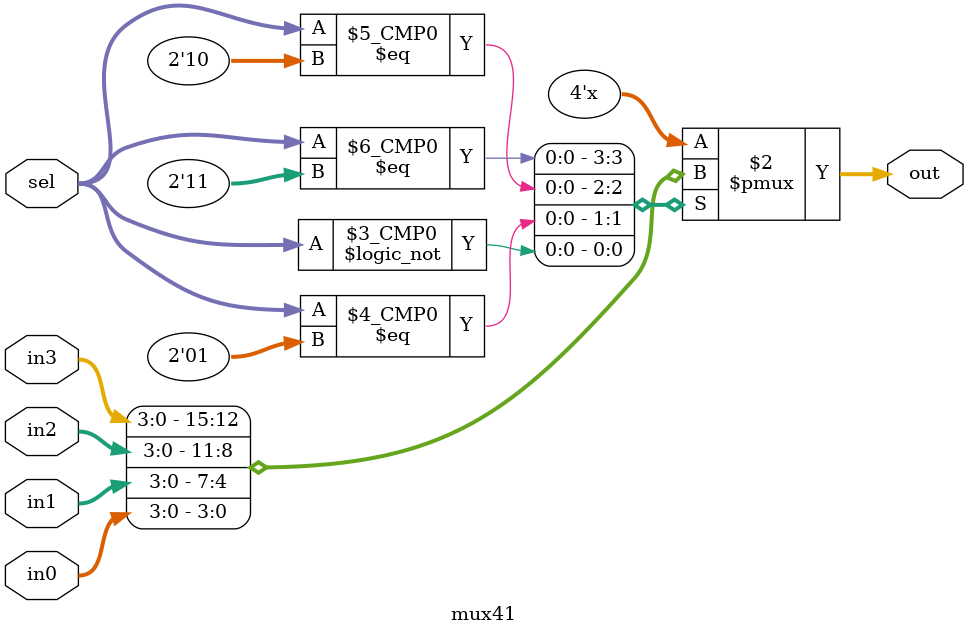
<source format=sv>
module mux41(
  input  logic [3:0] in0,
  input  logic [3:0] in1,
  input  logic [3:0] in2,
  input  logic [3:0] in3,
  input  logic [1:0] sel,
  output logic [3:0] out
);

always_comb begin
  case (sel)
    2'b11: out = in3;
    2'b10: out = in2;
    2'b01: out = in1;
    2'b00: out = in0;
  endcase
end

endmodule: mux41

</source>
